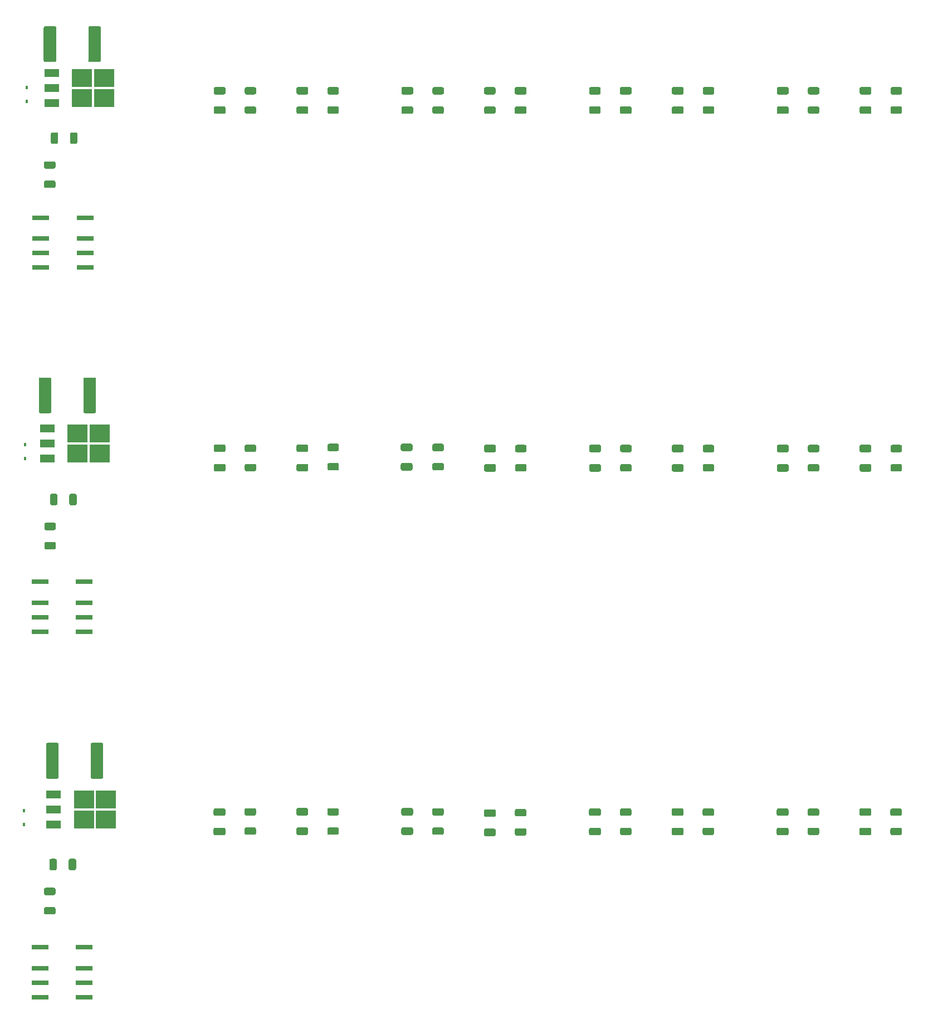
<source format=gbr>
G04 #@! TF.GenerationSoftware,KiCad,Pcbnew,(5.1.9)-1*
G04 #@! TF.CreationDate,2021-08-02T17:51:02+02:00*
G04 #@! TF.ProjectId,RelayControls-HPK,52656c61-7943-46f6-9e74-726f6c732d48,V0.1*
G04 #@! TF.SameCoordinates,Original*
G04 #@! TF.FileFunction,Paste,Top*
G04 #@! TF.FilePolarity,Positive*
%FSLAX46Y46*%
G04 Gerber Fmt 4.6, Leading zero omitted, Abs format (unit mm)*
G04 Created by KiCad (PCBNEW (5.1.9)-1) date 2021-08-02 17:51:02*
%MOMM*%
%LPD*%
G01*
G04 APERTURE LIST*
%ADD10R,0.450000X0.600000*%
%ADD11R,2.660000X0.800000*%
%ADD12R,2.200000X1.200000*%
%ADD13R,3.050000X2.750000*%
G04 APERTURE END LIST*
G36*
G01*
X105970000Y-153930000D02*
X107270002Y-153930000D01*
G75*
G02*
X107520001Y-154179999I0J-249999D01*
G01*
X107520001Y-154830001D01*
G75*
G02*
X107270002Y-155080000I-249999J0D01*
G01*
X105970000Y-155080000D01*
G75*
G02*
X105720001Y-154830001I0J249999D01*
G01*
X105720001Y-154179999D01*
G75*
G02*
X105970000Y-153930000I249999J0D01*
G01*
G37*
G36*
G01*
X105970000Y-156880000D02*
X107270002Y-156880000D01*
G75*
G02*
X107520001Y-157129999I0J-249999D01*
G01*
X107520001Y-157780001D01*
G75*
G02*
X107270002Y-158030000I-249999J0D01*
G01*
X105970000Y-158030000D01*
G75*
G02*
X105720001Y-157780001I0J249999D01*
G01*
X105720001Y-157129999D01*
G75*
G02*
X105970000Y-156880000I249999J0D01*
G01*
G37*
G36*
G01*
X110674996Y-153955000D02*
X111925002Y-153955000D01*
G75*
G02*
X112174999Y-154204997I0J-249997D01*
G01*
X112174999Y-154830003D01*
G75*
G02*
X111925002Y-155080000I-249997J0D01*
G01*
X110674996Y-155080000D01*
G75*
G02*
X110424999Y-154830003I0J249997D01*
G01*
X110424999Y-154204997D01*
G75*
G02*
X110674996Y-153955000I249997J0D01*
G01*
G37*
G36*
G01*
X110674996Y-156880000D02*
X111925002Y-156880000D01*
G75*
G02*
X112174999Y-157129997I0J-249997D01*
G01*
X112174999Y-157755003D01*
G75*
G02*
X111925002Y-158005000I-249997J0D01*
G01*
X110674996Y-158005000D01*
G75*
G02*
X110424999Y-157755003I0J249997D01*
G01*
X110424999Y-157129997D01*
G75*
G02*
X110674996Y-156880000I249997J0D01*
G01*
G37*
G36*
G01*
X48925000Y-98630000D02*
X50225002Y-98630000D01*
G75*
G02*
X50475001Y-98879999I0J-249999D01*
G01*
X50475001Y-99530001D01*
G75*
G02*
X50225002Y-99780000I-249999J0D01*
G01*
X48925000Y-99780000D01*
G75*
G02*
X48675001Y-99530001I0J249999D01*
G01*
X48675001Y-98879999D01*
G75*
G02*
X48925000Y-98630000I249999J0D01*
G01*
G37*
G36*
G01*
X48925000Y-101580000D02*
X50225002Y-101580000D01*
G75*
G02*
X50475001Y-101829999I0J-249999D01*
G01*
X50475001Y-102480001D01*
G75*
G02*
X50225002Y-102730000I-249999J0D01*
G01*
X48925000Y-102730000D01*
G75*
G02*
X48675001Y-102480001I0J249999D01*
G01*
X48675001Y-101829999D01*
G75*
G02*
X48925000Y-101580000I249999J0D01*
G01*
G37*
D10*
X20010000Y-100770000D03*
X20010000Y-98670000D03*
G36*
G01*
X110644998Y-47250000D02*
X111945000Y-47250000D01*
G75*
G02*
X112194999Y-47499999I0J-249999D01*
G01*
X112194999Y-48150001D01*
G75*
G02*
X111945000Y-48400000I-249999J0D01*
G01*
X110644998Y-48400000D01*
G75*
G02*
X110394999Y-48150001I0J249999D01*
G01*
X110394999Y-47499999D01*
G75*
G02*
X110644998Y-47250000I249999J0D01*
G01*
G37*
G36*
G01*
X110644998Y-44300000D02*
X111945000Y-44300000D01*
G75*
G02*
X112194999Y-44549999I0J-249999D01*
G01*
X112194999Y-45200001D01*
G75*
G02*
X111945000Y-45450000I-249999J0D01*
G01*
X110644998Y-45450000D01*
G75*
G02*
X110394999Y-45200001I0J249999D01*
G01*
X110394999Y-44549999D01*
G75*
G02*
X110644998Y-44300000I249999J0D01*
G01*
G37*
G36*
G01*
X48925000Y-44300000D02*
X50225002Y-44300000D01*
G75*
G02*
X50475001Y-44549999I0J-249999D01*
G01*
X50475001Y-45200001D01*
G75*
G02*
X50225002Y-45450000I-249999J0D01*
G01*
X48925000Y-45450000D01*
G75*
G02*
X48675001Y-45200001I0J249999D01*
G01*
X48675001Y-44549999D01*
G75*
G02*
X48925000Y-44300000I249999J0D01*
G01*
G37*
G36*
G01*
X48925000Y-47250000D02*
X50225002Y-47250000D01*
G75*
G02*
X50475001Y-47499999I0J-249999D01*
G01*
X50475001Y-48150001D01*
G75*
G02*
X50225002Y-48400000I-249999J0D01*
G01*
X48925000Y-48400000D01*
G75*
G02*
X48675001Y-48150001I0J249999D01*
G01*
X48675001Y-47499999D01*
G75*
G02*
X48925000Y-47250000I249999J0D01*
G01*
G37*
G36*
G01*
X77450000Y-47250000D02*
X78750002Y-47250000D01*
G75*
G02*
X79000001Y-47499999I0J-249999D01*
G01*
X79000001Y-48150001D01*
G75*
G02*
X78750002Y-48400000I-249999J0D01*
G01*
X77450000Y-48400000D01*
G75*
G02*
X77200001Y-48150001I0J249999D01*
G01*
X77200001Y-47499999D01*
G75*
G02*
X77450000Y-47250000I249999J0D01*
G01*
G37*
G36*
G01*
X77450000Y-44300000D02*
X78750002Y-44300000D01*
G75*
G02*
X79000001Y-44549999I0J-249999D01*
G01*
X79000001Y-45200001D01*
G75*
G02*
X78750002Y-45450000I-249999J0D01*
G01*
X77450000Y-45450000D01*
G75*
G02*
X77200001Y-45200001I0J249999D01*
G01*
X77200001Y-44549999D01*
G75*
G02*
X77450000Y-44300000I249999J0D01*
G01*
G37*
G36*
G01*
X134520000Y-47250000D02*
X135820002Y-47250000D01*
G75*
G02*
X136070001Y-47499999I0J-249999D01*
G01*
X136070001Y-48150001D01*
G75*
G02*
X135820002Y-48400000I-249999J0D01*
G01*
X134520000Y-48400000D01*
G75*
G02*
X134270001Y-48150001I0J249999D01*
G01*
X134270001Y-47499999D01*
G75*
G02*
X134520000Y-47250000I249999J0D01*
G01*
G37*
G36*
G01*
X134520000Y-44300000D02*
X135820002Y-44300000D01*
G75*
G02*
X136070001Y-44549999I0J-249999D01*
G01*
X136070001Y-45200001D01*
G75*
G02*
X135820002Y-45450000I-249999J0D01*
G01*
X134520000Y-45450000D01*
G75*
G02*
X134270001Y-45200001I0J249999D01*
G01*
X134270001Y-44549999D01*
G75*
G02*
X134520000Y-44300000I249999J0D01*
G01*
G37*
G36*
G01*
X119850002Y-45450000D02*
X118550000Y-45450000D01*
G75*
G02*
X118300001Y-45200001I0J249999D01*
G01*
X118300001Y-44549999D01*
G75*
G02*
X118550000Y-44300000I249999J0D01*
G01*
X119850002Y-44300000D01*
G75*
G02*
X120100001Y-44549999I0J-249999D01*
G01*
X120100001Y-45200001D01*
G75*
G02*
X119850002Y-45450000I-249999J0D01*
G01*
G37*
G36*
G01*
X119850002Y-48400000D02*
X118550000Y-48400000D01*
G75*
G02*
X118300001Y-48150001I0J249999D01*
G01*
X118300001Y-47499999D01*
G75*
G02*
X118550000Y-47250000I249999J0D01*
G01*
X119850002Y-47250000D01*
G75*
G02*
X120100001Y-47499999I0J-249999D01*
G01*
X120100001Y-48150001D01*
G75*
G02*
X119850002Y-48400000I-249999J0D01*
G01*
G37*
G36*
G01*
X62800002Y-48400000D02*
X61500000Y-48400000D01*
G75*
G02*
X61250001Y-48150001I0J249999D01*
G01*
X61250001Y-47499999D01*
G75*
G02*
X61500000Y-47250000I249999J0D01*
G01*
X62800002Y-47250000D01*
G75*
G02*
X63050001Y-47499999I0J-249999D01*
G01*
X63050001Y-48150001D01*
G75*
G02*
X62800002Y-48400000I-249999J0D01*
G01*
G37*
G36*
G01*
X62800002Y-45450000D02*
X61500000Y-45450000D01*
G75*
G02*
X61250001Y-45200001I0J249999D01*
G01*
X61250001Y-44549999D01*
G75*
G02*
X61500000Y-44300000I249999J0D01*
G01*
X62800002Y-44300000D01*
G75*
G02*
X63050001Y-44549999I0J-249999D01*
G01*
X63050001Y-45200001D01*
G75*
G02*
X62800002Y-45450000I-249999J0D01*
G01*
G37*
G36*
G01*
X95975000Y-45450000D02*
X94674998Y-45450000D01*
G75*
G02*
X94424999Y-45200001I0J249999D01*
G01*
X94424999Y-44549999D01*
G75*
G02*
X94674998Y-44300000I249999J0D01*
G01*
X95975000Y-44300000D01*
G75*
G02*
X96224999Y-44549999I0J-249999D01*
G01*
X96224999Y-45200001D01*
G75*
G02*
X95975000Y-45450000I-249999J0D01*
G01*
G37*
G36*
G01*
X95975000Y-48400000D02*
X94674998Y-48400000D01*
G75*
G02*
X94424999Y-48150001I0J249999D01*
G01*
X94424999Y-47499999D01*
G75*
G02*
X94674998Y-47250000I249999J0D01*
G01*
X95975000Y-47250000D01*
G75*
G02*
X96224999Y-47499999I0J-249999D01*
G01*
X96224999Y-48150001D01*
G75*
G02*
X95975000Y-48400000I-249999J0D01*
G01*
G37*
G36*
G01*
X148395002Y-48400000D02*
X147095000Y-48400000D01*
G75*
G02*
X146845001Y-48150001I0J249999D01*
G01*
X146845001Y-47499999D01*
G75*
G02*
X147095000Y-47250000I249999J0D01*
G01*
X148395002Y-47250000D01*
G75*
G02*
X148645001Y-47499999I0J-249999D01*
G01*
X148645001Y-48150001D01*
G75*
G02*
X148395002Y-48400000I-249999J0D01*
G01*
G37*
G36*
G01*
X148395002Y-45450000D02*
X147095000Y-45450000D01*
G75*
G02*
X146845001Y-45200001I0J249999D01*
G01*
X146845001Y-44549999D01*
G75*
G02*
X147095000Y-44300000I249999J0D01*
G01*
X148395002Y-44300000D01*
G75*
G02*
X148645001Y-44549999I0J-249999D01*
G01*
X148645001Y-45200001D01*
G75*
G02*
X148395002Y-45450000I-249999J0D01*
G01*
G37*
G36*
G01*
X105995000Y-101620000D02*
X107295002Y-101620000D01*
G75*
G02*
X107545001Y-101869999I0J-249999D01*
G01*
X107545001Y-102520001D01*
G75*
G02*
X107295002Y-102770000I-249999J0D01*
G01*
X105995000Y-102770000D01*
G75*
G02*
X105745001Y-102520001I0J249999D01*
G01*
X105745001Y-101869999D01*
G75*
G02*
X105995000Y-101620000I249999J0D01*
G01*
G37*
G36*
G01*
X105995000Y-98670000D02*
X107295002Y-98670000D01*
G75*
G02*
X107545001Y-98919999I0J-249999D01*
G01*
X107545001Y-99570001D01*
G75*
G02*
X107295002Y-99820000I-249999J0D01*
G01*
X105995000Y-99820000D01*
G75*
G02*
X105745001Y-99570001I0J249999D01*
G01*
X105745001Y-98919999D01*
G75*
G02*
X105995000Y-98670000I249999J0D01*
G01*
G37*
G36*
G01*
X77345000Y-98500000D02*
X78645002Y-98500000D01*
G75*
G02*
X78895001Y-98749999I0J-249999D01*
G01*
X78895001Y-99400001D01*
G75*
G02*
X78645002Y-99650000I-249999J0D01*
G01*
X77345000Y-99650000D01*
G75*
G02*
X77095001Y-99400001I0J249999D01*
G01*
X77095001Y-98749999D01*
G75*
G02*
X77345000Y-98500000I249999J0D01*
G01*
G37*
G36*
G01*
X77345000Y-101450000D02*
X78645002Y-101450000D01*
G75*
G02*
X78895001Y-101699999I0J-249999D01*
G01*
X78895001Y-102350001D01*
G75*
G02*
X78645002Y-102600000I-249999J0D01*
G01*
X77345000Y-102600000D01*
G75*
G02*
X77095001Y-102350001I0J249999D01*
G01*
X77095001Y-101699999D01*
G75*
G02*
X77345000Y-101450000I249999J0D01*
G01*
G37*
G36*
G01*
X134520000Y-101620000D02*
X135820002Y-101620000D01*
G75*
G02*
X136070001Y-101869999I0J-249999D01*
G01*
X136070001Y-102520001D01*
G75*
G02*
X135820002Y-102770000I-249999J0D01*
G01*
X134520000Y-102770000D01*
G75*
G02*
X134270001Y-102520001I0J249999D01*
G01*
X134270001Y-101869999D01*
G75*
G02*
X134520000Y-101620000I249999J0D01*
G01*
G37*
G36*
G01*
X134520000Y-98670000D02*
X135820002Y-98670000D01*
G75*
G02*
X136070001Y-98919999I0J-249999D01*
G01*
X136070001Y-99570001D01*
G75*
G02*
X135820002Y-99820000I-249999J0D01*
G01*
X134520000Y-99820000D01*
G75*
G02*
X134270001Y-99570001I0J249999D01*
G01*
X134270001Y-98919999D01*
G75*
G02*
X134520000Y-98670000I249999J0D01*
G01*
G37*
G36*
G01*
X119850002Y-102770000D02*
X118550000Y-102770000D01*
G75*
G02*
X118300001Y-102520001I0J249999D01*
G01*
X118300001Y-101869999D01*
G75*
G02*
X118550000Y-101620000I249999J0D01*
G01*
X119850002Y-101620000D01*
G75*
G02*
X120100001Y-101869999I0J-249999D01*
G01*
X120100001Y-102520001D01*
G75*
G02*
X119850002Y-102770000I-249999J0D01*
G01*
G37*
G36*
G01*
X119850002Y-99820000D02*
X118550000Y-99820000D01*
G75*
G02*
X118300001Y-99570001I0J249999D01*
G01*
X118300001Y-98919999D01*
G75*
G02*
X118550000Y-98670000I249999J0D01*
G01*
X119850002Y-98670000D01*
G75*
G02*
X120100001Y-98919999I0J-249999D01*
G01*
X120100001Y-99570001D01*
G75*
G02*
X119850002Y-99820000I-249999J0D01*
G01*
G37*
G36*
G01*
X62800002Y-102730000D02*
X61500000Y-102730000D01*
G75*
G02*
X61250001Y-102480001I0J249999D01*
G01*
X61250001Y-101829999D01*
G75*
G02*
X61500000Y-101580000I249999J0D01*
G01*
X62800002Y-101580000D01*
G75*
G02*
X63050001Y-101829999I0J-249999D01*
G01*
X63050001Y-102480001D01*
G75*
G02*
X62800002Y-102730000I-249999J0D01*
G01*
G37*
G36*
G01*
X62800002Y-99780000D02*
X61500000Y-99780000D01*
G75*
G02*
X61250001Y-99530001I0J249999D01*
G01*
X61250001Y-98879999D01*
G75*
G02*
X61500000Y-98630000I249999J0D01*
G01*
X62800002Y-98630000D01*
G75*
G02*
X63050001Y-98879999I0J-249999D01*
G01*
X63050001Y-99530001D01*
G75*
G02*
X62800002Y-99780000I-249999J0D01*
G01*
G37*
G36*
G01*
X91325002Y-102770000D02*
X90025000Y-102770000D01*
G75*
G02*
X89775001Y-102520001I0J249999D01*
G01*
X89775001Y-101869999D01*
G75*
G02*
X90025000Y-101620000I249999J0D01*
G01*
X91325002Y-101620000D01*
G75*
G02*
X91575001Y-101869999I0J-249999D01*
G01*
X91575001Y-102520001D01*
G75*
G02*
X91325002Y-102770000I-249999J0D01*
G01*
G37*
G36*
G01*
X91325002Y-99820000D02*
X90025000Y-99820000D01*
G75*
G02*
X89775001Y-99570001I0J249999D01*
G01*
X89775001Y-98919999D01*
G75*
G02*
X90025000Y-98670000I249999J0D01*
G01*
X91325002Y-98670000D01*
G75*
G02*
X91575001Y-98919999I0J-249999D01*
G01*
X91575001Y-99570001D01*
G75*
G02*
X91325002Y-99820000I-249999J0D01*
G01*
G37*
G36*
G01*
X148395002Y-102770000D02*
X147095000Y-102770000D01*
G75*
G02*
X146845001Y-102520001I0J249999D01*
G01*
X146845001Y-101869999D01*
G75*
G02*
X147095000Y-101620000I249999J0D01*
G01*
X148395002Y-101620000D01*
G75*
G02*
X148645001Y-101869999I0J-249999D01*
G01*
X148645001Y-102520001D01*
G75*
G02*
X148395002Y-102770000I-249999J0D01*
G01*
G37*
G36*
G01*
X148395002Y-99820000D02*
X147095000Y-99820000D01*
G75*
G02*
X146845001Y-99570001I0J249999D01*
G01*
X146845001Y-98919999D01*
G75*
G02*
X147095000Y-98670000I249999J0D01*
G01*
X148395002Y-98670000D01*
G75*
G02*
X148645001Y-98919999I0J-249999D01*
G01*
X148645001Y-99570001D01*
G75*
G02*
X148395002Y-99820000I-249999J0D01*
G01*
G37*
G36*
G01*
X48900000Y-156880000D02*
X50200002Y-156880000D01*
G75*
G02*
X50450001Y-157129999I0J-249999D01*
G01*
X50450001Y-157780001D01*
G75*
G02*
X50200002Y-158030000I-249999J0D01*
G01*
X48900000Y-158030000D01*
G75*
G02*
X48650001Y-157780001I0J249999D01*
G01*
X48650001Y-157129999D01*
G75*
G02*
X48900000Y-156880000I249999J0D01*
G01*
G37*
G36*
G01*
X48900000Y-153930000D02*
X50200002Y-153930000D01*
G75*
G02*
X50450001Y-154179999I0J-249999D01*
G01*
X50450001Y-154830001D01*
G75*
G02*
X50200002Y-155080000I-249999J0D01*
G01*
X48900000Y-155080000D01*
G75*
G02*
X48650001Y-154830001I0J249999D01*
G01*
X48650001Y-154179999D01*
G75*
G02*
X48900000Y-153930000I249999J0D01*
G01*
G37*
G36*
G01*
X77425000Y-156830000D02*
X78725002Y-156830000D01*
G75*
G02*
X78975001Y-157079999I0J-249999D01*
G01*
X78975001Y-157730001D01*
G75*
G02*
X78725002Y-157980000I-249999J0D01*
G01*
X77425000Y-157980000D01*
G75*
G02*
X77175001Y-157730001I0J249999D01*
G01*
X77175001Y-157079999D01*
G75*
G02*
X77425000Y-156830000I249999J0D01*
G01*
G37*
G36*
G01*
X77425000Y-153880000D02*
X78725002Y-153880000D01*
G75*
G02*
X78975001Y-154129999I0J-249999D01*
G01*
X78975001Y-154780001D01*
G75*
G02*
X78725002Y-155030000I-249999J0D01*
G01*
X77425000Y-155030000D01*
G75*
G02*
X77175001Y-154780001I0J249999D01*
G01*
X77175001Y-154129999D01*
G75*
G02*
X77425000Y-153880000I249999J0D01*
G01*
G37*
G36*
G01*
X134495000Y-153930000D02*
X135795002Y-153930000D01*
G75*
G02*
X136045001Y-154179999I0J-249999D01*
G01*
X136045001Y-154830001D01*
G75*
G02*
X135795002Y-155080000I-249999J0D01*
G01*
X134495000Y-155080000D01*
G75*
G02*
X134245001Y-154830001I0J249999D01*
G01*
X134245001Y-154179999D01*
G75*
G02*
X134495000Y-153930000I249999J0D01*
G01*
G37*
G36*
G01*
X134495000Y-156880000D02*
X135795002Y-156880000D01*
G75*
G02*
X136045001Y-157129999I0J-249999D01*
G01*
X136045001Y-157780001D01*
G75*
G02*
X135795002Y-158030000I-249999J0D01*
G01*
X134495000Y-158030000D01*
G75*
G02*
X134245001Y-157780001I0J249999D01*
G01*
X134245001Y-157129999D01*
G75*
G02*
X134495000Y-156880000I249999J0D01*
G01*
G37*
G36*
G01*
X119825002Y-155080000D02*
X118525000Y-155080000D01*
G75*
G02*
X118275001Y-154830001I0J249999D01*
G01*
X118275001Y-154179999D01*
G75*
G02*
X118525000Y-153930000I249999J0D01*
G01*
X119825002Y-153930000D01*
G75*
G02*
X120075001Y-154179999I0J-249999D01*
G01*
X120075001Y-154830001D01*
G75*
G02*
X119825002Y-155080000I-249999J0D01*
G01*
G37*
G36*
G01*
X119825002Y-158030000D02*
X118525000Y-158030000D01*
G75*
G02*
X118275001Y-157780001I0J249999D01*
G01*
X118275001Y-157129999D01*
G75*
G02*
X118525000Y-156880000I249999J0D01*
G01*
X119825002Y-156880000D01*
G75*
G02*
X120075001Y-157129999I0J-249999D01*
G01*
X120075001Y-157780001D01*
G75*
G02*
X119825002Y-158030000I-249999J0D01*
G01*
G37*
G36*
G01*
X62775002Y-155030000D02*
X61475000Y-155030000D01*
G75*
G02*
X61225001Y-154780001I0J249999D01*
G01*
X61225001Y-154129999D01*
G75*
G02*
X61475000Y-153880000I249999J0D01*
G01*
X62775002Y-153880000D01*
G75*
G02*
X63025001Y-154129999I0J-249999D01*
G01*
X63025001Y-154780001D01*
G75*
G02*
X62775002Y-155030000I-249999J0D01*
G01*
G37*
G36*
G01*
X62775002Y-157980000D02*
X61475000Y-157980000D01*
G75*
G02*
X61225001Y-157730001I0J249999D01*
G01*
X61225001Y-157079999D01*
G75*
G02*
X61475000Y-156830000I249999J0D01*
G01*
X62775002Y-156830000D01*
G75*
G02*
X63025001Y-157079999I0J-249999D01*
G01*
X63025001Y-157730001D01*
G75*
G02*
X62775002Y-157980000I-249999J0D01*
G01*
G37*
G36*
G01*
X91300002Y-158170000D02*
X90000000Y-158170000D01*
G75*
G02*
X89750001Y-157920001I0J249999D01*
G01*
X89750001Y-157269999D01*
G75*
G02*
X90000000Y-157020000I249999J0D01*
G01*
X91300002Y-157020000D01*
G75*
G02*
X91550001Y-157269999I0J-249999D01*
G01*
X91550001Y-157920001D01*
G75*
G02*
X91300002Y-158170000I-249999J0D01*
G01*
G37*
G36*
G01*
X91300002Y-155220000D02*
X90000000Y-155220000D01*
G75*
G02*
X89750001Y-154970001I0J249999D01*
G01*
X89750001Y-154319999D01*
G75*
G02*
X90000000Y-154070000I249999J0D01*
G01*
X91300002Y-154070000D01*
G75*
G02*
X91550001Y-154319999I0J-249999D01*
G01*
X91550001Y-154970001D01*
G75*
G02*
X91300002Y-155220000I-249999J0D01*
G01*
G37*
G36*
G01*
X148370002Y-155080000D02*
X147070000Y-155080000D01*
G75*
G02*
X146820001Y-154830001I0J249999D01*
G01*
X146820001Y-154179999D01*
G75*
G02*
X147070000Y-153930000I249999J0D01*
G01*
X148370002Y-153930000D01*
G75*
G02*
X148620001Y-154179999I0J-249999D01*
G01*
X148620001Y-154830001D01*
G75*
G02*
X148370002Y-155080000I-249999J0D01*
G01*
G37*
G36*
G01*
X148370002Y-158030000D02*
X147070000Y-158030000D01*
G75*
G02*
X146820001Y-157780001I0J249999D01*
G01*
X146820001Y-157129999D01*
G75*
G02*
X147070000Y-156880000I249999J0D01*
G01*
X148370002Y-156880000D01*
G75*
G02*
X148620001Y-157129999I0J-249999D01*
G01*
X148620001Y-157780001D01*
G75*
G02*
X148370002Y-158030000I-249999J0D01*
G01*
G37*
D11*
X22410001Y-64154999D03*
X22410001Y-67354999D03*
X22410001Y-69554999D03*
X22410001Y-71754999D03*
X29150001Y-71754999D03*
X29150001Y-69554999D03*
X29150001Y-67354999D03*
X29150001Y-64154999D03*
X22260000Y-119500000D03*
X22260000Y-122700000D03*
X22260000Y-124900000D03*
X22260000Y-127100000D03*
X29000000Y-127100000D03*
X29000000Y-124900000D03*
X29000000Y-122700000D03*
X29000000Y-119500000D03*
X29000000Y-175000000D03*
X29000000Y-178200000D03*
X29000000Y-180400000D03*
X29000000Y-182600000D03*
X22260000Y-182600000D03*
X22260000Y-180400000D03*
X22260000Y-178200000D03*
X22260000Y-175000000D03*
G36*
G01*
X26831371Y-52700003D02*
X26831371Y-51449997D01*
G75*
G02*
X27081368Y-51200000I249997J0D01*
G01*
X27706374Y-51200000D01*
G75*
G02*
X27956371Y-51449997I0J-249997D01*
G01*
X27956371Y-52700003D01*
G75*
G02*
X27706374Y-52950000I-249997J0D01*
G01*
X27081368Y-52950000D01*
G75*
G02*
X26831371Y-52700003I0J249997D01*
G01*
G37*
G36*
G01*
X23906371Y-52700003D02*
X23906371Y-51449997D01*
G75*
G02*
X24156368Y-51200000I249997J0D01*
G01*
X24781374Y-51200000D01*
G75*
G02*
X25031371Y-51449997I0J-249997D01*
G01*
X25031371Y-52700003D01*
G75*
G02*
X24781374Y-52950000I-249997J0D01*
G01*
X24156368Y-52950000D01*
G75*
G02*
X23906371Y-52700003I0J249997D01*
G01*
G37*
G36*
G01*
X67455002Y-45450000D02*
X66204996Y-45450000D01*
G75*
G02*
X65954999Y-45200003I0J249997D01*
G01*
X65954999Y-44574997D01*
G75*
G02*
X66204996Y-44325000I249997J0D01*
G01*
X67455002Y-44325000D01*
G75*
G02*
X67704999Y-44574997I0J-249997D01*
G01*
X67704999Y-45200003D01*
G75*
G02*
X67455002Y-45450000I-249997J0D01*
G01*
G37*
G36*
G01*
X67455002Y-48375000D02*
X66204996Y-48375000D01*
G75*
G02*
X65954999Y-48125003I0J249997D01*
G01*
X65954999Y-47499997D01*
G75*
G02*
X66204996Y-47250000I249997J0D01*
G01*
X67455002Y-47250000D01*
G75*
G02*
X67704999Y-47499997I0J-249997D01*
G01*
X67704999Y-48125003D01*
G75*
G02*
X67455002Y-48375000I-249997J0D01*
G01*
G37*
G36*
G01*
X105989998Y-44325000D02*
X107240004Y-44325000D01*
G75*
G02*
X107490001Y-44574997I0J-249997D01*
G01*
X107490001Y-45200003D01*
G75*
G02*
X107240004Y-45450000I-249997J0D01*
G01*
X105989998Y-45450000D01*
G75*
G02*
X105740001Y-45200003I0J249997D01*
G01*
X105740001Y-44574997D01*
G75*
G02*
X105989998Y-44325000I249997J0D01*
G01*
G37*
G36*
G01*
X105989998Y-47250000D02*
X107240004Y-47250000D01*
G75*
G02*
X107490001Y-47499997I0J-249997D01*
G01*
X107490001Y-48125003D01*
G75*
G02*
X107240004Y-48375000I-249997J0D01*
G01*
X105989998Y-48375000D01*
G75*
G02*
X105740001Y-48125003I0J249997D01*
G01*
X105740001Y-47499997D01*
G75*
G02*
X105989998Y-47250000I249997J0D01*
G01*
G37*
G36*
G01*
X53629996Y-47250000D02*
X54880002Y-47250000D01*
G75*
G02*
X55129999Y-47499997I0J-249997D01*
G01*
X55129999Y-48125003D01*
G75*
G02*
X54880002Y-48375000I-249997J0D01*
G01*
X53629996Y-48375000D01*
G75*
G02*
X53379999Y-48125003I0J249997D01*
G01*
X53379999Y-47499997D01*
G75*
G02*
X53629996Y-47250000I249997J0D01*
G01*
G37*
G36*
G01*
X53629996Y-44325000D02*
X54880002Y-44325000D01*
G75*
G02*
X55129999Y-44574997I0J-249997D01*
G01*
X55129999Y-45200003D01*
G75*
G02*
X54880002Y-45450000I-249997J0D01*
G01*
X53629996Y-45450000D01*
G75*
G02*
X53379999Y-45200003I0J249997D01*
G01*
X53379999Y-44574997D01*
G75*
G02*
X53629996Y-44325000I249997J0D01*
G01*
G37*
G36*
G01*
X82154996Y-47250000D02*
X83405002Y-47250000D01*
G75*
G02*
X83654999Y-47499997I0J-249997D01*
G01*
X83654999Y-48125003D01*
G75*
G02*
X83405002Y-48375000I-249997J0D01*
G01*
X82154996Y-48375000D01*
G75*
G02*
X81904999Y-48125003I0J249997D01*
G01*
X81904999Y-47499997D01*
G75*
G02*
X82154996Y-47250000I249997J0D01*
G01*
G37*
G36*
G01*
X82154996Y-44325000D02*
X83405002Y-44325000D01*
G75*
G02*
X83654999Y-44574997I0J-249997D01*
G01*
X83654999Y-45200003D01*
G75*
G02*
X83405002Y-45450000I-249997J0D01*
G01*
X82154996Y-45450000D01*
G75*
G02*
X81904999Y-45200003I0J249997D01*
G01*
X81904999Y-44574997D01*
G75*
G02*
X82154996Y-44325000I249997J0D01*
G01*
G37*
G36*
G01*
X139224996Y-44325000D02*
X140475002Y-44325000D01*
G75*
G02*
X140724999Y-44574997I0J-249997D01*
G01*
X140724999Y-45200003D01*
G75*
G02*
X140475002Y-45450000I-249997J0D01*
G01*
X139224996Y-45450000D01*
G75*
G02*
X138974999Y-45200003I0J249997D01*
G01*
X138974999Y-44574997D01*
G75*
G02*
X139224996Y-44325000I249997J0D01*
G01*
G37*
G36*
G01*
X139224996Y-47250000D02*
X140475002Y-47250000D01*
G75*
G02*
X140724999Y-47499997I0J-249997D01*
G01*
X140724999Y-48125003D01*
G75*
G02*
X140475002Y-48375000I-249997J0D01*
G01*
X139224996Y-48375000D01*
G75*
G02*
X138974999Y-48125003I0J249997D01*
G01*
X138974999Y-47499997D01*
G75*
G02*
X139224996Y-47250000I249997J0D01*
G01*
G37*
G36*
G01*
X124505002Y-48375000D02*
X123254996Y-48375000D01*
G75*
G02*
X123004999Y-48125003I0J249997D01*
G01*
X123004999Y-47499997D01*
G75*
G02*
X123254996Y-47250000I249997J0D01*
G01*
X124505002Y-47250000D01*
G75*
G02*
X124754999Y-47499997I0J-249997D01*
G01*
X124754999Y-48125003D01*
G75*
G02*
X124505002Y-48375000I-249997J0D01*
G01*
G37*
G36*
G01*
X124505002Y-45450000D02*
X123254996Y-45450000D01*
G75*
G02*
X123004999Y-45200003I0J249997D01*
G01*
X123004999Y-44574997D01*
G75*
G02*
X123254996Y-44325000I249997J0D01*
G01*
X124505002Y-44325000D01*
G75*
G02*
X124754999Y-44574997I0J-249997D01*
G01*
X124754999Y-45200003D01*
G75*
G02*
X124505002Y-45450000I-249997J0D01*
G01*
G37*
G36*
G01*
X91270004Y-45450000D02*
X90019998Y-45450000D01*
G75*
G02*
X89770001Y-45200003I0J249997D01*
G01*
X89770001Y-44574997D01*
G75*
G02*
X90019998Y-44325000I249997J0D01*
G01*
X91270004Y-44325000D01*
G75*
G02*
X91520001Y-44574997I0J-249997D01*
G01*
X91520001Y-45200003D01*
G75*
G02*
X91270004Y-45450000I-249997J0D01*
G01*
G37*
G36*
G01*
X91270004Y-48375000D02*
X90019998Y-48375000D01*
G75*
G02*
X89770001Y-48125003I0J249997D01*
G01*
X89770001Y-47499997D01*
G75*
G02*
X90019998Y-47250000I249997J0D01*
G01*
X91270004Y-47250000D01*
G75*
G02*
X91520001Y-47499997I0J-249997D01*
G01*
X91520001Y-48125003D01*
G75*
G02*
X91270004Y-48375000I-249997J0D01*
G01*
G37*
G36*
G01*
X153050002Y-45450000D02*
X151799996Y-45450000D01*
G75*
G02*
X151549999Y-45200003I0J249997D01*
G01*
X151549999Y-44574997D01*
G75*
G02*
X151799996Y-44325000I249997J0D01*
G01*
X153050002Y-44325000D01*
G75*
G02*
X153299999Y-44574997I0J-249997D01*
G01*
X153299999Y-45200003D01*
G75*
G02*
X153050002Y-45450000I-249997J0D01*
G01*
G37*
G36*
G01*
X153050002Y-48375000D02*
X151799996Y-48375000D01*
G75*
G02*
X151549999Y-48125003I0J249997D01*
G01*
X151549999Y-47499997D01*
G75*
G02*
X151799996Y-47250000I249997J0D01*
G01*
X153050002Y-47250000D01*
G75*
G02*
X153299999Y-47499997I0J-249997D01*
G01*
X153299999Y-48125003D01*
G75*
G02*
X153050002Y-48375000I-249997J0D01*
G01*
G37*
G36*
G01*
X24375003Y-56725685D02*
X23124997Y-56725685D01*
G75*
G02*
X22875000Y-56475688I0J249997D01*
G01*
X22875000Y-55850682D01*
G75*
G02*
X23124997Y-55600685I249997J0D01*
G01*
X24375003Y-55600685D01*
G75*
G02*
X24625000Y-55850682I0J-249997D01*
G01*
X24625000Y-56475688D01*
G75*
G02*
X24375003Y-56725685I-249997J0D01*
G01*
G37*
G36*
G01*
X24375003Y-59650685D02*
X23124997Y-59650685D01*
G75*
G02*
X22875000Y-59400688I0J249997D01*
G01*
X22875000Y-58775682D01*
G75*
G02*
X23124997Y-58525685I249997J0D01*
G01*
X24375003Y-58525685D01*
G75*
G02*
X24625000Y-58775682I0J-249997D01*
G01*
X24625000Y-59400688D01*
G75*
G02*
X24375003Y-59650685I-249997J0D01*
G01*
G37*
G36*
G01*
X23800000Y-107625003D02*
X23800000Y-106374997D01*
G75*
G02*
X24049997Y-106125000I249997J0D01*
G01*
X24675003Y-106125000D01*
G75*
G02*
X24925000Y-106374997I0J-249997D01*
G01*
X24925000Y-107625003D01*
G75*
G02*
X24675003Y-107875000I-249997J0D01*
G01*
X24049997Y-107875000D01*
G75*
G02*
X23800000Y-107625003I0J249997D01*
G01*
G37*
G36*
G01*
X26725000Y-107625003D02*
X26725000Y-106374997D01*
G75*
G02*
X26974997Y-106125000I249997J0D01*
G01*
X27600003Y-106125000D01*
G75*
G02*
X27850000Y-106374997I0J-249997D01*
G01*
X27850000Y-107625003D01*
G75*
G02*
X27600003Y-107875000I-249997J0D01*
G01*
X26974997Y-107875000D01*
G75*
G02*
X26725000Y-107625003I0J249997D01*
G01*
G37*
G36*
G01*
X110699996Y-98695000D02*
X111950002Y-98695000D01*
G75*
G02*
X112199999Y-98944997I0J-249997D01*
G01*
X112199999Y-99570003D01*
G75*
G02*
X111950002Y-99820000I-249997J0D01*
G01*
X110699996Y-99820000D01*
G75*
G02*
X110449999Y-99570003I0J249997D01*
G01*
X110449999Y-98944997D01*
G75*
G02*
X110699996Y-98695000I249997J0D01*
G01*
G37*
G36*
G01*
X110699996Y-101620000D02*
X111950002Y-101620000D01*
G75*
G02*
X112199999Y-101869997I0J-249997D01*
G01*
X112199999Y-102495003D01*
G75*
G02*
X111950002Y-102745000I-249997J0D01*
G01*
X110699996Y-102745000D01*
G75*
G02*
X110449999Y-102495003I0J249997D01*
G01*
X110449999Y-101869997D01*
G75*
G02*
X110699996Y-101620000I249997J0D01*
G01*
G37*
G36*
G01*
X53629996Y-98655000D02*
X54880002Y-98655000D01*
G75*
G02*
X55129999Y-98904997I0J-249997D01*
G01*
X55129999Y-99530003D01*
G75*
G02*
X54880002Y-99780000I-249997J0D01*
G01*
X53629996Y-99780000D01*
G75*
G02*
X53379999Y-99530003I0J249997D01*
G01*
X53379999Y-98904997D01*
G75*
G02*
X53629996Y-98655000I249997J0D01*
G01*
G37*
G36*
G01*
X53629996Y-101580000D02*
X54880002Y-101580000D01*
G75*
G02*
X55129999Y-101829997I0J-249997D01*
G01*
X55129999Y-102455003D01*
G75*
G02*
X54880002Y-102705000I-249997J0D01*
G01*
X53629996Y-102705000D01*
G75*
G02*
X53379999Y-102455003I0J249997D01*
G01*
X53379999Y-101829997D01*
G75*
G02*
X53629996Y-101580000I249997J0D01*
G01*
G37*
G36*
G01*
X82154996Y-98525000D02*
X83405002Y-98525000D01*
G75*
G02*
X83654999Y-98774997I0J-249997D01*
G01*
X83654999Y-99400003D01*
G75*
G02*
X83405002Y-99650000I-249997J0D01*
G01*
X82154996Y-99650000D01*
G75*
G02*
X81904999Y-99400003I0J249997D01*
G01*
X81904999Y-98774997D01*
G75*
G02*
X82154996Y-98525000I249997J0D01*
G01*
G37*
G36*
G01*
X82154996Y-101450000D02*
X83405002Y-101450000D01*
G75*
G02*
X83654999Y-101699997I0J-249997D01*
G01*
X83654999Y-102325003D01*
G75*
G02*
X83405002Y-102575000I-249997J0D01*
G01*
X82154996Y-102575000D01*
G75*
G02*
X81904999Y-102325003I0J249997D01*
G01*
X81904999Y-101699997D01*
G75*
G02*
X82154996Y-101450000I249997J0D01*
G01*
G37*
G36*
G01*
X139224996Y-101620000D02*
X140475002Y-101620000D01*
G75*
G02*
X140724999Y-101869997I0J-249997D01*
G01*
X140724999Y-102495003D01*
G75*
G02*
X140475002Y-102745000I-249997J0D01*
G01*
X139224996Y-102745000D01*
G75*
G02*
X138974999Y-102495003I0J249997D01*
G01*
X138974999Y-101869997D01*
G75*
G02*
X139224996Y-101620000I249997J0D01*
G01*
G37*
G36*
G01*
X139224996Y-98695000D02*
X140475002Y-98695000D01*
G75*
G02*
X140724999Y-98944997I0J-249997D01*
G01*
X140724999Y-99570003D01*
G75*
G02*
X140475002Y-99820000I-249997J0D01*
G01*
X139224996Y-99820000D01*
G75*
G02*
X138974999Y-99570003I0J249997D01*
G01*
X138974999Y-98944997D01*
G75*
G02*
X139224996Y-98695000I249997J0D01*
G01*
G37*
G36*
G01*
X124505002Y-102745000D02*
X123254996Y-102745000D01*
G75*
G02*
X123004999Y-102495003I0J249997D01*
G01*
X123004999Y-101869997D01*
G75*
G02*
X123254996Y-101620000I249997J0D01*
G01*
X124505002Y-101620000D01*
G75*
G02*
X124754999Y-101869997I0J-249997D01*
G01*
X124754999Y-102495003D01*
G75*
G02*
X124505002Y-102745000I-249997J0D01*
G01*
G37*
G36*
G01*
X124505002Y-99820000D02*
X123254996Y-99820000D01*
G75*
G02*
X123004999Y-99570003I0J249997D01*
G01*
X123004999Y-98944997D01*
G75*
G02*
X123254996Y-98695000I249997J0D01*
G01*
X124505002Y-98695000D01*
G75*
G02*
X124754999Y-98944997I0J-249997D01*
G01*
X124754999Y-99570003D01*
G75*
G02*
X124505002Y-99820000I-249997J0D01*
G01*
G37*
G36*
G01*
X67455002Y-99650000D02*
X66204996Y-99650000D01*
G75*
G02*
X65954999Y-99400003I0J249997D01*
G01*
X65954999Y-98774997D01*
G75*
G02*
X66204996Y-98525000I249997J0D01*
G01*
X67455002Y-98525000D01*
G75*
G02*
X67704999Y-98774997I0J-249997D01*
G01*
X67704999Y-99400003D01*
G75*
G02*
X67455002Y-99650000I-249997J0D01*
G01*
G37*
G36*
G01*
X67455002Y-102575000D02*
X66204996Y-102575000D01*
G75*
G02*
X65954999Y-102325003I0J249997D01*
G01*
X65954999Y-101699997D01*
G75*
G02*
X66204996Y-101450000I249997J0D01*
G01*
X67455002Y-101450000D01*
G75*
G02*
X67704999Y-101699997I0J-249997D01*
G01*
X67704999Y-102325003D01*
G75*
G02*
X67455002Y-102575000I-249997J0D01*
G01*
G37*
G36*
G01*
X95980002Y-99820000D02*
X94729996Y-99820000D01*
G75*
G02*
X94479999Y-99570003I0J249997D01*
G01*
X94479999Y-98944997D01*
G75*
G02*
X94729996Y-98695000I249997J0D01*
G01*
X95980002Y-98695000D01*
G75*
G02*
X96229999Y-98944997I0J-249997D01*
G01*
X96229999Y-99570003D01*
G75*
G02*
X95980002Y-99820000I-249997J0D01*
G01*
G37*
G36*
G01*
X95980002Y-102745000D02*
X94729996Y-102745000D01*
G75*
G02*
X94479999Y-102495003I0J249997D01*
G01*
X94479999Y-101869997D01*
G75*
G02*
X94729996Y-101620000I249997J0D01*
G01*
X95980002Y-101620000D01*
G75*
G02*
X96229999Y-101869997I0J-249997D01*
G01*
X96229999Y-102495003D01*
G75*
G02*
X95980002Y-102745000I-249997J0D01*
G01*
G37*
G36*
G01*
X153050002Y-102745000D02*
X151799996Y-102745000D01*
G75*
G02*
X151549999Y-102495003I0J249997D01*
G01*
X151549999Y-101869997D01*
G75*
G02*
X151799996Y-101620000I249997J0D01*
G01*
X153050002Y-101620000D01*
G75*
G02*
X153299999Y-101869997I0J-249997D01*
G01*
X153299999Y-102495003D01*
G75*
G02*
X153050002Y-102745000I-249997J0D01*
G01*
G37*
G36*
G01*
X153050002Y-99820000D02*
X151799996Y-99820000D01*
G75*
G02*
X151549999Y-99570003I0J249997D01*
G01*
X151549999Y-98944997D01*
G75*
G02*
X151799996Y-98695000I249997J0D01*
G01*
X153050002Y-98695000D01*
G75*
G02*
X153299999Y-98944997I0J-249997D01*
G01*
X153299999Y-99570003D01*
G75*
G02*
X153050002Y-99820000I-249997J0D01*
G01*
G37*
G36*
G01*
X24425003Y-111650685D02*
X23174997Y-111650685D01*
G75*
G02*
X22925000Y-111400688I0J249997D01*
G01*
X22925000Y-110775682D01*
G75*
G02*
X23174997Y-110525685I249997J0D01*
G01*
X24425003Y-110525685D01*
G75*
G02*
X24675000Y-110775682I0J-249997D01*
G01*
X24675000Y-111400688D01*
G75*
G02*
X24425003Y-111650685I-249997J0D01*
G01*
G37*
G36*
G01*
X24425003Y-114575685D02*
X23174997Y-114575685D01*
G75*
G02*
X22925000Y-114325688I0J249997D01*
G01*
X22925000Y-113700682D01*
G75*
G02*
X23174997Y-113450685I249997J0D01*
G01*
X24425003Y-113450685D01*
G75*
G02*
X24675000Y-113700682I0J-249997D01*
G01*
X24675000Y-114325688D01*
G75*
G02*
X24425003Y-114575685I-249997J0D01*
G01*
G37*
G36*
G01*
X26620000Y-163100003D02*
X26620000Y-161849997D01*
G75*
G02*
X26869997Y-161600000I249997J0D01*
G01*
X27495003Y-161600000D01*
G75*
G02*
X27745000Y-161849997I0J-249997D01*
G01*
X27745000Y-163100003D01*
G75*
G02*
X27495003Y-163350000I-249997J0D01*
G01*
X26869997Y-163350000D01*
G75*
G02*
X26620000Y-163100003I0J249997D01*
G01*
G37*
G36*
G01*
X23695000Y-163100003D02*
X23695000Y-161849997D01*
G75*
G02*
X23944997Y-161600000I249997J0D01*
G01*
X24570003Y-161600000D01*
G75*
G02*
X24820000Y-161849997I0J-249997D01*
G01*
X24820000Y-163100003D01*
G75*
G02*
X24570003Y-163350000I-249997J0D01*
G01*
X23944997Y-163350000D01*
G75*
G02*
X23695000Y-163100003I0J249997D01*
G01*
G37*
G36*
G01*
X53604996Y-153905000D02*
X54855002Y-153905000D01*
G75*
G02*
X55104999Y-154154997I0J-249997D01*
G01*
X55104999Y-154780003D01*
G75*
G02*
X54855002Y-155030000I-249997J0D01*
G01*
X53604996Y-155030000D01*
G75*
G02*
X53354999Y-154780003I0J249997D01*
G01*
X53354999Y-154154997D01*
G75*
G02*
X53604996Y-153905000I249997J0D01*
G01*
G37*
G36*
G01*
X53604996Y-156830000D02*
X54855002Y-156830000D01*
G75*
G02*
X55104999Y-157079997I0J-249997D01*
G01*
X55104999Y-157705003D01*
G75*
G02*
X54855002Y-157955000I-249997J0D01*
G01*
X53604996Y-157955000D01*
G75*
G02*
X53354999Y-157705003I0J249997D01*
G01*
X53354999Y-157079997D01*
G75*
G02*
X53604996Y-156830000I249997J0D01*
G01*
G37*
G36*
G01*
X82129996Y-156830000D02*
X83380002Y-156830000D01*
G75*
G02*
X83629999Y-157079997I0J-249997D01*
G01*
X83629999Y-157705003D01*
G75*
G02*
X83380002Y-157955000I-249997J0D01*
G01*
X82129996Y-157955000D01*
G75*
G02*
X81879999Y-157705003I0J249997D01*
G01*
X81879999Y-157079997D01*
G75*
G02*
X82129996Y-156830000I249997J0D01*
G01*
G37*
G36*
G01*
X82129996Y-153905000D02*
X83380002Y-153905000D01*
G75*
G02*
X83629999Y-154154997I0J-249997D01*
G01*
X83629999Y-154780003D01*
G75*
G02*
X83380002Y-155030000I-249997J0D01*
G01*
X82129996Y-155030000D01*
G75*
G02*
X81879999Y-154780003I0J249997D01*
G01*
X81879999Y-154154997D01*
G75*
G02*
X82129996Y-153905000I249997J0D01*
G01*
G37*
G36*
G01*
X139199996Y-153955000D02*
X140450002Y-153955000D01*
G75*
G02*
X140699999Y-154204997I0J-249997D01*
G01*
X140699999Y-154830003D01*
G75*
G02*
X140450002Y-155080000I-249997J0D01*
G01*
X139199996Y-155080000D01*
G75*
G02*
X138949999Y-154830003I0J249997D01*
G01*
X138949999Y-154204997D01*
G75*
G02*
X139199996Y-153955000I249997J0D01*
G01*
G37*
G36*
G01*
X139199996Y-156880000D02*
X140450002Y-156880000D01*
G75*
G02*
X140699999Y-157129997I0J-249997D01*
G01*
X140699999Y-157755003D01*
G75*
G02*
X140450002Y-158005000I-249997J0D01*
G01*
X139199996Y-158005000D01*
G75*
G02*
X138949999Y-157755003I0J249997D01*
G01*
X138949999Y-157129997D01*
G75*
G02*
X139199996Y-156880000I249997J0D01*
G01*
G37*
G36*
G01*
X124480002Y-158005000D02*
X123229996Y-158005000D01*
G75*
G02*
X122979999Y-157755003I0J249997D01*
G01*
X122979999Y-157129997D01*
G75*
G02*
X123229996Y-156880000I249997J0D01*
G01*
X124480002Y-156880000D01*
G75*
G02*
X124729999Y-157129997I0J-249997D01*
G01*
X124729999Y-157755003D01*
G75*
G02*
X124480002Y-158005000I-249997J0D01*
G01*
G37*
G36*
G01*
X124480002Y-155080000D02*
X123229996Y-155080000D01*
G75*
G02*
X122979999Y-154830003I0J249997D01*
G01*
X122979999Y-154204997D01*
G75*
G02*
X123229996Y-153955000I249997J0D01*
G01*
X124480002Y-153955000D01*
G75*
G02*
X124729999Y-154204997I0J-249997D01*
G01*
X124729999Y-154830003D01*
G75*
G02*
X124480002Y-155080000I-249997J0D01*
G01*
G37*
G36*
G01*
X67430002Y-157955000D02*
X66179996Y-157955000D01*
G75*
G02*
X65929999Y-157705003I0J249997D01*
G01*
X65929999Y-157079997D01*
G75*
G02*
X66179996Y-156830000I249997J0D01*
G01*
X67430002Y-156830000D01*
G75*
G02*
X67679999Y-157079997I0J-249997D01*
G01*
X67679999Y-157705003D01*
G75*
G02*
X67430002Y-157955000I-249997J0D01*
G01*
G37*
G36*
G01*
X67430002Y-155030000D02*
X66179996Y-155030000D01*
G75*
G02*
X65929999Y-154780003I0J249997D01*
G01*
X65929999Y-154154997D01*
G75*
G02*
X66179996Y-153905000I249997J0D01*
G01*
X67430002Y-153905000D01*
G75*
G02*
X67679999Y-154154997I0J-249997D01*
G01*
X67679999Y-154780003D01*
G75*
G02*
X67430002Y-155030000I-249997J0D01*
G01*
G37*
G36*
G01*
X95955002Y-158085000D02*
X94704996Y-158085000D01*
G75*
G02*
X94454999Y-157835003I0J249997D01*
G01*
X94454999Y-157209997D01*
G75*
G02*
X94704996Y-156960000I249997J0D01*
G01*
X95955002Y-156960000D01*
G75*
G02*
X96204999Y-157209997I0J-249997D01*
G01*
X96204999Y-157835003D01*
G75*
G02*
X95955002Y-158085000I-249997J0D01*
G01*
G37*
G36*
G01*
X95955002Y-155160000D02*
X94704996Y-155160000D01*
G75*
G02*
X94454999Y-154910003I0J249997D01*
G01*
X94454999Y-154284997D01*
G75*
G02*
X94704996Y-154035000I249997J0D01*
G01*
X95955002Y-154035000D01*
G75*
G02*
X96204999Y-154284997I0J-249997D01*
G01*
X96204999Y-154910003D01*
G75*
G02*
X95955002Y-155160000I-249997J0D01*
G01*
G37*
G36*
G01*
X153025002Y-155080000D02*
X151774996Y-155080000D01*
G75*
G02*
X151524999Y-154830003I0J249997D01*
G01*
X151524999Y-154204997D01*
G75*
G02*
X151774996Y-153955000I249997J0D01*
G01*
X153025002Y-153955000D01*
G75*
G02*
X153274999Y-154204997I0J-249997D01*
G01*
X153274999Y-154830003D01*
G75*
G02*
X153025002Y-155080000I-249997J0D01*
G01*
G37*
G36*
G01*
X153025002Y-158005000D02*
X151774996Y-158005000D01*
G75*
G02*
X151524999Y-157755003I0J249997D01*
G01*
X151524999Y-157129997D01*
G75*
G02*
X151774996Y-156880000I249997J0D01*
G01*
X153025002Y-156880000D01*
G75*
G02*
X153274999Y-157129997I0J-249997D01*
G01*
X153274999Y-157755003D01*
G75*
G02*
X153025002Y-158005000I-249997J0D01*
G01*
G37*
G36*
G01*
X24375003Y-167125685D02*
X23124997Y-167125685D01*
G75*
G02*
X22875000Y-166875688I0J249997D01*
G01*
X22875000Y-166250682D01*
G75*
G02*
X23124997Y-166000685I249997J0D01*
G01*
X24375003Y-166000685D01*
G75*
G02*
X24625000Y-166250682I0J-249997D01*
G01*
X24625000Y-166875688D01*
G75*
G02*
X24375003Y-167125685I-249997J0D01*
G01*
G37*
G36*
G01*
X24375003Y-170050685D02*
X23124997Y-170050685D01*
G75*
G02*
X22875000Y-169800688I0J249997D01*
G01*
X22875000Y-169175682D01*
G75*
G02*
X23124997Y-168925685I249997J0D01*
G01*
X24375003Y-168925685D01*
G75*
G02*
X24625000Y-169175682I0J-249997D01*
G01*
X24625000Y-169800688D01*
G75*
G02*
X24375003Y-170050685I-249997J0D01*
G01*
G37*
D10*
X20210000Y-44420000D03*
X20210000Y-46520000D03*
X19790000Y-156400000D03*
X19790000Y-154300000D03*
G36*
G01*
X22832500Y-40275001D02*
X22832500Y-35324999D01*
G75*
G02*
X23082499Y-35075000I249999J0D01*
G01*
X24507501Y-35075000D01*
G75*
G02*
X24757500Y-35324999I0J-249999D01*
G01*
X24757500Y-40275001D01*
G75*
G02*
X24507501Y-40525000I-249999J0D01*
G01*
X23082499Y-40525000D01*
G75*
G02*
X22832500Y-40275001I0J249999D01*
G01*
G37*
G36*
G01*
X29607500Y-40275001D02*
X29607500Y-35324999D01*
G75*
G02*
X29857499Y-35075000I249999J0D01*
G01*
X31282501Y-35075000D01*
G75*
G02*
X31532500Y-35324999I0J-249999D01*
G01*
X31532500Y-40275001D01*
G75*
G02*
X31282501Y-40525000I-249999J0D01*
G01*
X29857499Y-40525000D01*
G75*
G02*
X29607500Y-40275001I0J249999D01*
G01*
G37*
G36*
G01*
X28855000Y-93655001D02*
X28855000Y-88704999D01*
G75*
G02*
X29104999Y-88455000I249999J0D01*
G01*
X30530001Y-88455000D01*
G75*
G02*
X30780000Y-88704999I0J-249999D01*
G01*
X30780000Y-93655001D01*
G75*
G02*
X30530001Y-93905000I-249999J0D01*
G01*
X29104999Y-93905000D01*
G75*
G02*
X28855000Y-93655001I0J249999D01*
G01*
G37*
G36*
G01*
X22080000Y-93655001D02*
X22080000Y-88704999D01*
G75*
G02*
X22329999Y-88455000I249999J0D01*
G01*
X23755001Y-88455000D01*
G75*
G02*
X24005000Y-88704999I0J-249999D01*
G01*
X24005000Y-93655001D01*
G75*
G02*
X23755001Y-93905000I-249999J0D01*
G01*
X22329999Y-93905000D01*
G75*
G02*
X22080000Y-93655001I0J249999D01*
G01*
G37*
G36*
G01*
X23180000Y-149185001D02*
X23180000Y-144234999D01*
G75*
G02*
X23429999Y-143985000I249999J0D01*
G01*
X24855001Y-143985000D01*
G75*
G02*
X25105000Y-144234999I0J-249999D01*
G01*
X25105000Y-149185001D01*
G75*
G02*
X24855001Y-149435000I-249999J0D01*
G01*
X23429999Y-149435000D01*
G75*
G02*
X23180000Y-149185001I0J249999D01*
G01*
G37*
G36*
G01*
X29955000Y-149185001D02*
X29955000Y-144234999D01*
G75*
G02*
X30204999Y-143985000I249999J0D01*
G01*
X31630001Y-143985000D01*
G75*
G02*
X31880000Y-144234999I0J-249999D01*
G01*
X31880000Y-149185001D01*
G75*
G02*
X31630001Y-149435000I-249999J0D01*
G01*
X30204999Y-149435000D01*
G75*
G02*
X29955000Y-149185001I0J249999D01*
G01*
G37*
D12*
X24040000Y-42220000D03*
X24040000Y-44500000D03*
X24040000Y-46780000D03*
D13*
X32015000Y-46025000D03*
X28665000Y-42975000D03*
X32015000Y-42975000D03*
X28665000Y-46025000D03*
D12*
X23360000Y-96220000D03*
X23360000Y-98500000D03*
X23360000Y-100780000D03*
D13*
X31335000Y-100025000D03*
X27985000Y-96975000D03*
X31335000Y-96975000D03*
X27985000Y-100025000D03*
X28955000Y-155655000D03*
X32305000Y-152605000D03*
X28955000Y-152605000D03*
X32305000Y-155655000D03*
D12*
X24330000Y-156410000D03*
X24330000Y-154130000D03*
X24330000Y-151850000D03*
M02*

</source>
